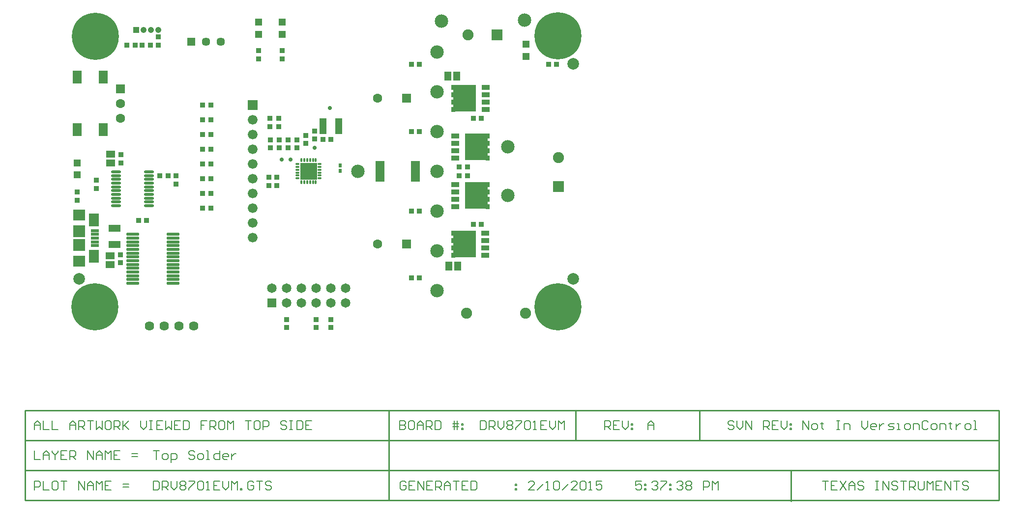
<source format=gts>
%FSAX25Y25*%
%MOIN*%
G70*
G01*
G75*
G04 Layer_Color=8388736*
%ADD10R,0.05402X0.02795*%
%ADD11R,0.02323X0.02795*%
%ADD12R,0.05512X0.08268*%
%ADD13O,0.08268X0.01772*%
%ADD14O,0.00945X0.02362*%
%ADD15O,0.02362X0.00945*%
%ADD16R,0.11024X0.11024*%
%ADD17O,0.06693X0.01378*%
%ADD18R,0.01000X0.01000*%
%ADD19R,0.04724X0.04724*%
%ADD20C,0.03937*%
%ADD21R,0.06299X0.08268*%
%ADD22R,0.07480X0.07087*%
%ADD23R,0.07480X0.07480*%
%ADD24R,0.05315X0.01575*%
%ADD25R,0.05906X0.13780*%
%ADD26R,0.04331X0.10236*%
%ADD27R,0.08000X0.04500*%
%ADD28R,0.05512X0.04331*%
%ADD29R,0.03347X0.03150*%
%ADD30R,0.01969X0.02362*%
%ADD31R,0.03150X0.03347*%
%ADD32R,0.04331X0.05512*%
%ADD33C,0.01000*%
%ADD34C,0.03000*%
%ADD35C,0.02000*%
%ADD36C,0.00800*%
%ADD37R,0.15157X0.17795*%
%ADD38C,0.07087*%
%ADD39R,0.07087X0.07087*%
%ADD40C,0.06000*%
%ADD41C,0.02500*%
%ADD42C,0.31496*%
%ADD43R,0.05906X0.05906*%
%ADD44C,0.05906*%
%ADD45C,0.08700*%
%ADD46C,0.06200*%
%ADD47R,0.06200X0.06200*%
%ADD48R,0.06496X0.06496*%
%ADD49C,0.06496*%
%ADD50R,0.05906X0.05906*%
%ADD51R,0.03740X0.03740*%
%ADD52C,0.03740*%
%ADD53R,0.05315X0.05315*%
%ADD54C,0.05315*%
%ADD55R,0.07087X0.07087*%
%ADD56C,0.02000*%
%ADD57C,0.00600*%
%ADD58C,0.00700*%
%ADD59C,0.01575*%
%ADD60C,0.02362*%
%ADD61C,0.00984*%
%ADD62C,0.00787*%
%ADD63C,0.00799*%
%ADD64C,0.01800*%
%ADD65C,0.01500*%
%ADD66C,0.00500*%
%ADD67R,0.03937X0.01969*%
%ADD68R,0.08661X0.04331*%
%ADD69R,0.03150X0.01575*%
%ADD70R,0.07874X0.01575*%
%ADD71R,0.01969X0.03937*%
%ADD72R,0.05095X0.02937*%
%ADD73R,0.04221X0.02213*%
%ADD74R,0.03016X0.02000*%
%ADD75R,0.04839X0.04839*%
%ADD76C,0.00000*%
%ADD77R,0.05795X0.03189*%
%ADD78R,0.02717X0.03189*%
%ADD79R,0.05906X0.08661*%
%ADD80O,0.08819X0.02323*%
%ADD81O,0.01339X0.02756*%
%ADD82O,0.02756X0.01339*%
%ADD83R,0.11417X0.11417*%
%ADD84O,0.07087X0.01772*%
%ADD85R,0.05118X0.05118*%
%ADD86C,0.07874*%
%ADD87R,0.06693X0.08661*%
%ADD88R,0.07874X0.07480*%
%ADD89R,0.07874X0.07874*%
%ADD90R,0.05709X0.01969*%
%ADD91R,0.06299X0.14173*%
%ADD92R,0.04724X0.10630*%
%ADD93R,0.08400X0.04900*%
%ADD94R,0.05906X0.04724*%
%ADD95R,0.03740X0.03543*%
%ADD96R,0.02362X0.02756*%
%ADD97R,0.03543X0.03740*%
%ADD98R,0.04724X0.05906*%
%ADD99R,0.15551X0.18189*%
%ADD100C,0.07480*%
%ADD101R,0.07480X0.07480*%
%ADD102C,0.06394*%
%ADD103C,0.02894*%
%ADD104C,0.31890*%
%ADD105R,0.06299X0.06299*%
%ADD106C,0.06299*%
%ADD107C,0.09094*%
%ADD108C,0.06594*%
%ADD109R,0.06594X0.06594*%
%ADD110R,0.06299X0.06299*%
%ADD111R,0.04134X0.04134*%
%ADD112C,0.04134*%
%ADD113R,0.05709X0.05709*%
%ADD114C,0.05709*%
%ADD115C,0.02394*%
G54D23*
X0401700Y0253058D02*
D03*
G54D33*
X0497200Y0080717D02*
Y0101050D01*
X0413200Y0080717D02*
Y0101050D01*
X0040000Y0080717D02*
X0700200D01*
X0040000Y0060383D02*
X0700000D01*
X0040000Y0040050D02*
X0440500D01*
X0040050Y0101050D02*
X0700200D01*
X0040050Y0040050D02*
Y0101050D01*
Y0040050D02*
X0197600D01*
X0040000D02*
Y0101050D01*
X0286500Y0040050D02*
Y0101050D01*
X0700200Y0040050D02*
Y0101050D01*
X0440500Y0040050D02*
X0700200D01*
X0559400Y0039400D02*
Y0059683D01*
G54D36*
X0126900Y0073549D02*
X0130899D01*
X0128899D01*
Y0067551D01*
X0133898D02*
X0135897D01*
X0136897Y0068550D01*
Y0070550D01*
X0135897Y0071549D01*
X0133898D01*
X0132898Y0070550D01*
Y0068550D01*
X0133898Y0067551D01*
X0138896Y0065551D02*
Y0071549D01*
X0141895D01*
X0142895Y0070550D01*
Y0068550D01*
X0141895Y0067551D01*
X0138896D01*
X0154891Y0072549D02*
X0153891Y0073549D01*
X0151892D01*
X0150892Y0072549D01*
Y0071549D01*
X0151892Y0070550D01*
X0153891D01*
X0154891Y0069550D01*
Y0068550D01*
X0153891Y0067551D01*
X0151892D01*
X0150892Y0068550D01*
X0157890Y0067551D02*
X0159889D01*
X0160889Y0068550D01*
Y0070550D01*
X0159889Y0071549D01*
X0157890D01*
X0156890Y0070550D01*
Y0068550D01*
X0157890Y0067551D01*
X0162888D02*
X0164888D01*
X0163888D01*
Y0073549D01*
X0162888D01*
X0171885D02*
Y0067551D01*
X0168886D01*
X0167887Y0068550D01*
Y0070550D01*
X0168886Y0071549D01*
X0171885D01*
X0176884Y0067551D02*
X0174884D01*
X0173885Y0068550D01*
Y0070550D01*
X0174884Y0071549D01*
X0176884D01*
X0177884Y0070550D01*
Y0069550D01*
X0173885D01*
X0179883Y0071549D02*
Y0067551D01*
Y0069550D01*
X0180883Y0070550D01*
X0181882Y0071549D01*
X0182882D01*
X0126900Y0073549D02*
X0130899D01*
X0128899D01*
Y0067551D01*
X0133898D02*
X0135897D01*
X0136897Y0068550D01*
Y0070550D01*
X0135897Y0071549D01*
X0133898D01*
X0132898Y0070550D01*
Y0068550D01*
X0133898Y0067551D01*
X0138896Y0065551D02*
Y0071549D01*
X0141895D01*
X0142895Y0070550D01*
Y0068550D01*
X0141895Y0067551D01*
X0138896D01*
X0154891Y0072549D02*
X0153891Y0073549D01*
X0151892D01*
X0150892Y0072549D01*
Y0071549D01*
X0151892Y0070550D01*
X0153891D01*
X0154891Y0069550D01*
Y0068550D01*
X0153891Y0067551D01*
X0151892D01*
X0150892Y0068550D01*
X0157890Y0067551D02*
X0159889D01*
X0160889Y0068550D01*
Y0070550D01*
X0159889Y0071549D01*
X0157890D01*
X0156890Y0070550D01*
Y0068550D01*
X0157890Y0067551D01*
X0162888D02*
X0164888D01*
X0163888D01*
Y0073549D01*
X0162888D01*
X0171885D02*
Y0067551D01*
X0168886D01*
X0167887Y0068550D01*
Y0070550D01*
X0168886Y0071549D01*
X0171885D01*
X0176884Y0067551D02*
X0174884D01*
X0173885Y0068550D01*
Y0070550D01*
X0174884Y0071549D01*
X0176884D01*
X0177884Y0070550D01*
Y0069550D01*
X0173885D01*
X0179883Y0071549D02*
Y0067551D01*
Y0069550D01*
X0180883Y0070550D01*
X0181882Y0071549D01*
X0182882D01*
X0567400Y0087833D02*
Y0093831D01*
X0571399Y0087833D01*
Y0093831D01*
X0574398Y0087833D02*
X0576397D01*
X0577397Y0088833D01*
Y0090832D01*
X0576397Y0091832D01*
X0574398D01*
X0573398Y0090832D01*
Y0088833D01*
X0574398Y0087833D01*
X0580396Y0092832D02*
Y0091832D01*
X0579396D01*
X0581395D01*
X0580396D01*
Y0088833D01*
X0581395Y0087833D01*
X0590393Y0093831D02*
X0592392D01*
X0591392D01*
Y0087833D01*
X0590393D01*
X0592392D01*
X0595391D02*
Y0091832D01*
X0598390D01*
X0599390Y0090832D01*
Y0087833D01*
X0607387Y0093831D02*
Y0089833D01*
X0609386Y0087833D01*
X0611386Y0089833D01*
Y0093831D01*
X0616384Y0087833D02*
X0614385D01*
X0613385Y0088833D01*
Y0090832D01*
X0614385Y0091832D01*
X0616384D01*
X0617384Y0090832D01*
Y0089833D01*
X0613385D01*
X0619383Y0091832D02*
Y0087833D01*
Y0089833D01*
X0620383Y0090832D01*
X0621383Y0091832D01*
X0622382D01*
X0625381Y0087833D02*
X0628380D01*
X0629380Y0088833D01*
X0628380Y0089833D01*
X0626381D01*
X0625381Y0090832D01*
X0626381Y0091832D01*
X0629380D01*
X0631379Y0087833D02*
X0633379D01*
X0632379D01*
Y0091832D01*
X0631379D01*
X0637377Y0087833D02*
X0639377D01*
X0640376Y0088833D01*
Y0090832D01*
X0639377Y0091832D01*
X0637377D01*
X0636378Y0090832D01*
Y0088833D01*
X0637377Y0087833D01*
X0642376D02*
Y0091832D01*
X0645375D01*
X0646374Y0090832D01*
Y0087833D01*
X0652373Y0092832D02*
X0651373Y0093831D01*
X0649373D01*
X0648374Y0092832D01*
Y0088833D01*
X0649373Y0087833D01*
X0651373D01*
X0652373Y0088833D01*
X0655372Y0087833D02*
X0657371D01*
X0658371Y0088833D01*
Y0090832D01*
X0657371Y0091832D01*
X0655372D01*
X0654372Y0090832D01*
Y0088833D01*
X0655372Y0087833D01*
X0660370D02*
Y0091832D01*
X0663369D01*
X0664369Y0090832D01*
Y0087833D01*
X0667368Y0092832D02*
Y0091832D01*
X0666368D01*
X0668367D01*
X0667368D01*
Y0088833D01*
X0668367Y0087833D01*
X0671366Y0091832D02*
Y0087833D01*
Y0089833D01*
X0672366Y0090832D01*
X0673366Y0091832D01*
X0674365D01*
X0678364Y0087833D02*
X0680364D01*
X0681363Y0088833D01*
Y0090832D01*
X0680364Y0091832D01*
X0678364D01*
X0677364Y0090832D01*
Y0088833D01*
X0678364Y0087833D01*
X0683362D02*
X0685362D01*
X0684362D01*
Y0093831D01*
X0683362D01*
X0520799Y0092832D02*
X0519799Y0093831D01*
X0517800D01*
X0516800Y0092832D01*
Y0091832D01*
X0517800Y0090832D01*
X0519799D01*
X0520799Y0089833D01*
Y0088833D01*
X0519799Y0087833D01*
X0517800D01*
X0516800Y0088833D01*
X0522798Y0093831D02*
Y0089833D01*
X0524797Y0087833D01*
X0526797Y0089833D01*
Y0093831D01*
X0528796Y0087833D02*
Y0093831D01*
X0532795Y0087833D01*
Y0093831D01*
X0540792Y0087833D02*
Y0093831D01*
X0543791D01*
X0544791Y0092832D01*
Y0090832D01*
X0543791Y0089833D01*
X0540792D01*
X0542792D02*
X0544791Y0087833D01*
X0550789Y0093831D02*
X0546790D01*
Y0087833D01*
X0550789D01*
X0546790Y0090832D02*
X0548790D01*
X0552788Y0093831D02*
Y0089833D01*
X0554788Y0087833D01*
X0556787Y0089833D01*
Y0093831D01*
X0558786Y0091832D02*
X0559786D01*
Y0090832D01*
X0558786D01*
Y0091832D01*
Y0088833D02*
X0559786D01*
Y0087833D01*
X0558786D01*
Y0088833D01*
X0433000Y0087833D02*
Y0093831D01*
X0435999D01*
X0436999Y0092832D01*
Y0090832D01*
X0435999Y0089833D01*
X0433000D01*
X0434999D02*
X0436999Y0087833D01*
X0442997Y0093831D02*
X0438998D01*
Y0087833D01*
X0442997D01*
X0438998Y0090832D02*
X0440997D01*
X0444996Y0093831D02*
Y0089833D01*
X0446995Y0087833D01*
X0448995Y0089833D01*
Y0093831D01*
X0450994Y0091832D02*
X0451994D01*
Y0090832D01*
X0450994D01*
Y0091832D01*
Y0088833D02*
X0451994D01*
Y0087833D01*
X0450994D01*
Y0088833D01*
X0126900Y0052965D02*
Y0046966D01*
X0129899D01*
X0130899Y0047966D01*
Y0051965D01*
X0129899Y0052965D01*
X0126900D01*
X0132898Y0046966D02*
Y0052965D01*
X0135897D01*
X0136897Y0051965D01*
Y0049966D01*
X0135897Y0048966D01*
X0132898D01*
X0134897D02*
X0136897Y0046966D01*
X0138896Y0052965D02*
Y0048966D01*
X0140895Y0046966D01*
X0142895Y0048966D01*
Y0052965D01*
X0144894Y0051965D02*
X0145894Y0052965D01*
X0147893D01*
X0148893Y0051965D01*
Y0050965D01*
X0147893Y0049966D01*
X0148893Y0048966D01*
Y0047966D01*
X0147893Y0046966D01*
X0145894D01*
X0144894Y0047966D01*
Y0048966D01*
X0145894Y0049966D01*
X0144894Y0050965D01*
Y0051965D01*
X0145894Y0049966D02*
X0147893D01*
X0150892Y0052965D02*
X0154891D01*
Y0051965D01*
X0150892Y0047966D01*
Y0046966D01*
X0156890Y0051965D02*
X0157890Y0052965D01*
X0159889D01*
X0160889Y0051965D01*
Y0047966D01*
X0159889Y0046966D01*
X0157890D01*
X0156890Y0047966D01*
Y0051965D01*
X0162888Y0046966D02*
X0164888D01*
X0163888D01*
Y0052965D01*
X0162888Y0051965D01*
X0171885Y0052965D02*
X0167887D01*
Y0046966D01*
X0171885D01*
X0167887Y0049966D02*
X0169886D01*
X0173885Y0052965D02*
Y0048966D01*
X0175884Y0046966D01*
X0177884Y0048966D01*
Y0052965D01*
X0179883Y0046966D02*
Y0052965D01*
X0181882Y0050965D01*
X0183882Y0052965D01*
Y0046966D01*
X0185881D02*
Y0047966D01*
X0186881D01*
Y0046966D01*
X0185881D01*
X0194878Y0051965D02*
X0193878Y0052965D01*
X0191879D01*
X0190879Y0051965D01*
Y0047966D01*
X0191879Y0046966D01*
X0193878D01*
X0194878Y0047966D01*
Y0049966D01*
X0192879D01*
X0196877Y0052965D02*
X0200876D01*
X0198877D01*
Y0046966D01*
X0206874Y0051965D02*
X0205874Y0052965D01*
X0203875D01*
X0202875Y0051965D01*
Y0050965D01*
X0203875Y0049966D01*
X0205874D01*
X0206874Y0048966D01*
Y0047966D01*
X0205874Y0046966D01*
X0203875D01*
X0202875Y0047966D01*
X0385149Y0046966D02*
X0381150D01*
X0385149Y0050965D01*
Y0051965D01*
X0384149Y0052965D01*
X0382150D01*
X0381150Y0051965D01*
X0387148Y0046966D02*
X0391147Y0050965D01*
X0393146Y0046966D02*
X0395146D01*
X0394146D01*
Y0052965D01*
X0393146Y0051965D01*
X0398145D02*
X0399144Y0052965D01*
X0401144D01*
X0402143Y0051965D01*
Y0047966D01*
X0401144Y0046966D01*
X0399144D01*
X0398145Y0047966D01*
Y0051965D01*
X0404143Y0046966D02*
X0408141Y0050965D01*
X0414139Y0046966D02*
X0410141D01*
X0414139Y0050965D01*
Y0051965D01*
X0413140Y0052965D01*
X0411140D01*
X0410141Y0051965D01*
X0416139D02*
X0417138Y0052965D01*
X0419138D01*
X0420137Y0051965D01*
Y0047966D01*
X0419138Y0046966D01*
X0417138D01*
X0416139Y0047966D01*
Y0051965D01*
X0422137Y0046966D02*
X0424136D01*
X0423136D01*
Y0052965D01*
X0422137Y0051965D01*
X0431134Y0052965D02*
X0427135D01*
Y0049966D01*
X0429135Y0050965D01*
X0430134D01*
X0431134Y0049966D01*
Y0047966D01*
X0430134Y0046966D01*
X0428135D01*
X0427135Y0047966D01*
X0298199Y0051965D02*
X0297199Y0052965D01*
X0295200D01*
X0294200Y0051965D01*
Y0047966D01*
X0295200Y0046966D01*
X0297199D01*
X0298199Y0047966D01*
Y0049966D01*
X0296199D01*
X0304197Y0052965D02*
X0300198D01*
Y0046966D01*
X0304197D01*
X0300198Y0049966D02*
X0302197D01*
X0306196Y0046966D02*
Y0052965D01*
X0310195Y0046966D01*
Y0052965D01*
X0316193D02*
X0312194D01*
Y0046966D01*
X0316193D01*
X0312194Y0049966D02*
X0314194D01*
X0318192Y0046966D02*
Y0052965D01*
X0321191D01*
X0322191Y0051965D01*
Y0049966D01*
X0321191Y0048966D01*
X0318192D01*
X0320192D02*
X0322191Y0046966D01*
X0324190D02*
Y0050965D01*
X0326190Y0052965D01*
X0328189Y0050965D01*
Y0046966D01*
Y0049966D01*
X0324190D01*
X0330188Y0052965D02*
X0334187D01*
X0332188D01*
Y0046966D01*
X0340185Y0052965D02*
X0336186D01*
Y0046966D01*
X0340185D01*
X0336186Y0049966D02*
X0338186D01*
X0342184Y0052965D02*
Y0046966D01*
X0345183D01*
X0346183Y0047966D01*
Y0051965D01*
X0345183Y0052965D01*
X0342184D01*
X0372175Y0050965D02*
X0373175D01*
Y0049966D01*
X0372175D01*
Y0050965D01*
Y0047966D02*
X0373175D01*
Y0046966D01*
X0372175D01*
Y0047966D01*
X0046350Y0087833D02*
Y0091832D01*
X0048349Y0093831D01*
X0050349Y0091832D01*
Y0087833D01*
Y0090832D01*
X0046350D01*
X0052348Y0093831D02*
Y0087833D01*
X0056347D01*
X0058346Y0093831D02*
Y0087833D01*
X0062345D01*
X0070342D02*
Y0091832D01*
X0072342Y0093831D01*
X0074341Y0091832D01*
Y0087833D01*
Y0090832D01*
X0070342D01*
X0076340Y0087833D02*
Y0093831D01*
X0079339D01*
X0080339Y0092832D01*
Y0090832D01*
X0079339Y0089833D01*
X0076340D01*
X0078340D02*
X0080339Y0087833D01*
X0082338Y0093831D02*
X0086337D01*
X0084338D01*
Y0087833D01*
X0088336Y0093831D02*
Y0087833D01*
X0090336Y0089833D01*
X0092335Y0087833D01*
Y0093831D01*
X0097334D02*
X0095334D01*
X0094335Y0092832D01*
Y0088833D01*
X0095334Y0087833D01*
X0097334D01*
X0098333Y0088833D01*
Y0092832D01*
X0097334Y0093831D01*
X0100332Y0087833D02*
Y0093831D01*
X0103332D01*
X0104331Y0092832D01*
Y0090832D01*
X0103332Y0089833D01*
X0100332D01*
X0102332D02*
X0104331Y0087833D01*
X0106331Y0093831D02*
Y0087833D01*
Y0089833D01*
X0110329Y0093831D01*
X0107330Y0090832D01*
X0110329Y0087833D01*
X0118327Y0093831D02*
Y0089833D01*
X0120326Y0087833D01*
X0122325Y0089833D01*
Y0093831D01*
X0124325D02*
X0126324D01*
X0125324D01*
Y0087833D01*
X0124325D01*
X0126324D01*
X0133322Y0093831D02*
X0129323D01*
Y0087833D01*
X0133322D01*
X0129323Y0090832D02*
X0131323D01*
X0135321Y0093831D02*
Y0087833D01*
X0137321Y0089833D01*
X0139320Y0087833D01*
Y0093831D01*
X0145318D02*
X0141319D01*
Y0087833D01*
X0145318D01*
X0141319Y0090832D02*
X0143319D01*
X0147317Y0093831D02*
Y0087833D01*
X0150316D01*
X0151316Y0088833D01*
Y0092832D01*
X0150316Y0093831D01*
X0147317D01*
X0163312D02*
X0159313D01*
Y0090832D01*
X0161313D01*
X0159313D01*
Y0087833D01*
X0165312D02*
Y0093831D01*
X0168310D01*
X0169310Y0092832D01*
Y0090832D01*
X0168310Y0089833D01*
X0165312D01*
X0167311D02*
X0169310Y0087833D01*
X0174309Y0093831D02*
X0172309D01*
X0171310Y0092832D01*
Y0088833D01*
X0172309Y0087833D01*
X0174309D01*
X0175308Y0088833D01*
Y0092832D01*
X0174309Y0093831D01*
X0177308Y0087833D02*
Y0093831D01*
X0179307Y0091832D01*
X0181306Y0093831D01*
Y0087833D01*
X0189304Y0093831D02*
X0193303D01*
X0191303D01*
Y0087833D01*
X0198301Y0093831D02*
X0196301D01*
X0195302Y0092832D01*
Y0088833D01*
X0196301Y0087833D01*
X0198301D01*
X0199301Y0088833D01*
Y0092832D01*
X0198301Y0093831D01*
X0201300Y0087833D02*
Y0093831D01*
X0204299D01*
X0205299Y0092832D01*
Y0090832D01*
X0204299Y0089833D01*
X0201300D01*
X0217295Y0092832D02*
X0216295Y0093831D01*
X0214296D01*
X0213296Y0092832D01*
Y0091832D01*
X0214296Y0090832D01*
X0216295D01*
X0217295Y0089833D01*
Y0088833D01*
X0216295Y0087833D01*
X0214296D01*
X0213296Y0088833D01*
X0219294Y0093831D02*
X0221293D01*
X0220294D01*
Y0087833D01*
X0219294D01*
X0221293D01*
X0224292Y0093831D02*
Y0087833D01*
X0227291D01*
X0228291Y0088833D01*
Y0092832D01*
X0227291Y0093831D01*
X0224292D01*
X0234289D02*
X0230291D01*
Y0087833D01*
X0234289D01*
X0230291Y0090832D02*
X0232290D01*
X0462150Y0087833D02*
Y0091832D01*
X0464149Y0093831D01*
X0466149Y0091832D01*
Y0087833D01*
Y0090832D01*
X0462150D01*
X0348550Y0093831D02*
Y0087833D01*
X0351549D01*
X0352549Y0088833D01*
Y0092832D01*
X0351549Y0093831D01*
X0348550D01*
X0354548Y0087833D02*
Y0093831D01*
X0357547D01*
X0358547Y0092832D01*
Y0090832D01*
X0357547Y0089833D01*
X0354548D01*
X0356547D02*
X0358547Y0087833D01*
X0360546Y0093831D02*
Y0089833D01*
X0362545Y0087833D01*
X0364545Y0089833D01*
Y0093831D01*
X0366544Y0092832D02*
X0367544Y0093831D01*
X0369543D01*
X0370543Y0092832D01*
Y0091832D01*
X0369543Y0090832D01*
X0370543Y0089833D01*
Y0088833D01*
X0369543Y0087833D01*
X0367544D01*
X0366544Y0088833D01*
Y0089833D01*
X0367544Y0090832D01*
X0366544Y0091832D01*
Y0092832D01*
X0367544Y0090832D02*
X0369543D01*
X0372542Y0093831D02*
X0376541D01*
Y0092832D01*
X0372542Y0088833D01*
Y0087833D01*
X0378540Y0092832D02*
X0379540Y0093831D01*
X0381539D01*
X0382539Y0092832D01*
Y0088833D01*
X0381539Y0087833D01*
X0379540D01*
X0378540Y0088833D01*
Y0092832D01*
X0384538Y0087833D02*
X0386538D01*
X0385538D01*
Y0093831D01*
X0384538Y0092832D01*
X0393535Y0093831D02*
X0389537D01*
Y0087833D01*
X0393535D01*
X0389537Y0090832D02*
X0391536D01*
X0395535Y0093831D02*
Y0089833D01*
X0397534Y0087833D01*
X0399534Y0089833D01*
Y0093831D01*
X0401533Y0087833D02*
Y0093831D01*
X0403532Y0091832D01*
X0405532Y0093831D01*
Y0087833D01*
X0294000Y0093831D02*
Y0087833D01*
X0296999D01*
X0297999Y0088833D01*
Y0089833D01*
X0296999Y0090832D01*
X0294000D01*
X0296999D01*
X0297999Y0091832D01*
Y0092832D01*
X0296999Y0093831D01*
X0294000D01*
X0302997D02*
X0300998D01*
X0299998Y0092832D01*
Y0088833D01*
X0300998Y0087833D01*
X0302997D01*
X0303997Y0088833D01*
Y0092832D01*
X0302997Y0093831D01*
X0305996Y0087833D02*
Y0091832D01*
X0307996Y0093831D01*
X0309995Y0091832D01*
Y0087833D01*
Y0090832D01*
X0305996D01*
X0311994Y0087833D02*
Y0093831D01*
X0314993D01*
X0315993Y0092832D01*
Y0090832D01*
X0314993Y0089833D01*
X0311994D01*
X0313994D02*
X0315993Y0087833D01*
X0317992Y0093831D02*
Y0087833D01*
X0320991D01*
X0321991Y0088833D01*
Y0092832D01*
X0320991Y0093831D01*
X0317992D01*
X0330988Y0087833D02*
Y0093831D01*
X0332987D02*
Y0087833D01*
X0329988Y0091832D02*
X0332987D01*
X0333987D01*
X0329988Y0089833D02*
X0333987D01*
X0335986Y0091832D02*
X0336986D01*
Y0090832D01*
X0335986D01*
Y0091832D01*
Y0088833D02*
X0336986D01*
Y0087833D01*
X0335986D01*
Y0088833D01*
X0046350Y0073549D02*
Y0067551D01*
X0050349D01*
X0052348D02*
Y0071549D01*
X0054347Y0073549D01*
X0056347Y0071549D01*
Y0067551D01*
Y0070550D01*
X0052348D01*
X0058346Y0073549D02*
Y0072549D01*
X0060346Y0070550D01*
X0062345Y0072549D01*
Y0073549D01*
X0060346Y0070550D02*
Y0067551D01*
X0068343Y0073549D02*
X0064344D01*
Y0067551D01*
X0068343D01*
X0064344Y0070550D02*
X0066343D01*
X0070342Y0067551D02*
Y0073549D01*
X0073341D01*
X0074341Y0072549D01*
Y0070550D01*
X0073341Y0069550D01*
X0070342D01*
X0072342D02*
X0074341Y0067551D01*
X0082338D02*
Y0073549D01*
X0086337Y0067551D01*
Y0073549D01*
X0088336Y0067551D02*
Y0071549D01*
X0090336Y0073549D01*
X0092335Y0071549D01*
Y0067551D01*
Y0070550D01*
X0088336D01*
X0094335Y0067551D02*
Y0073549D01*
X0096334Y0071549D01*
X0098333Y0073549D01*
Y0067551D01*
X0104331Y0073549D02*
X0100332D01*
Y0067551D01*
X0104331D01*
X0100332Y0070550D02*
X0102332D01*
X0112329Y0069550D02*
X0116327D01*
X0112329Y0071549D02*
X0116327D01*
X0046350Y0046966D02*
Y0052965D01*
X0049349D01*
X0050349Y0051965D01*
Y0049966D01*
X0049349Y0048966D01*
X0046350D01*
X0052348Y0052965D02*
Y0046966D01*
X0056347D01*
X0061345Y0052965D02*
X0059346D01*
X0058346Y0051965D01*
Y0047966D01*
X0059346Y0046966D01*
X0061345D01*
X0062345Y0047966D01*
Y0051965D01*
X0061345Y0052965D01*
X0064344D02*
X0068343D01*
X0066343D01*
Y0046966D01*
X0076340D02*
Y0052965D01*
X0080339Y0046966D01*
Y0052965D01*
X0082338Y0046966D02*
Y0050965D01*
X0084338Y0052965D01*
X0086337Y0050965D01*
Y0046966D01*
Y0049966D01*
X0082338D01*
X0088336Y0046966D02*
Y0052965D01*
X0090336Y0050965D01*
X0092335Y0052965D01*
Y0046966D01*
X0098333Y0052965D02*
X0094335D01*
Y0046966D01*
X0098333D01*
X0094335Y0049966D02*
X0096334D01*
X0106331Y0048966D02*
X0110329D01*
X0106331Y0050965D02*
X0110329D01*
X0458049Y0052965D02*
X0454050D01*
Y0049966D01*
X0456049Y0050965D01*
X0457049D01*
X0458049Y0049966D01*
Y0047966D01*
X0457049Y0046966D01*
X0455050D01*
X0454050Y0047966D01*
X0460048Y0050965D02*
X0461048D01*
Y0049966D01*
X0460048D01*
Y0050965D01*
Y0047966D02*
X0461048D01*
Y0046966D01*
X0460048D01*
Y0047966D01*
X0465046Y0051965D02*
X0466046Y0052965D01*
X0468046D01*
X0469045Y0051965D01*
Y0050965D01*
X0468046Y0049966D01*
X0467046D01*
X0468046D01*
X0469045Y0048966D01*
Y0047966D01*
X0468046Y0046966D01*
X0466046D01*
X0465046Y0047966D01*
X0471044Y0052965D02*
X0475043D01*
Y0051965D01*
X0471044Y0047966D01*
Y0046966D01*
X0477043Y0050965D02*
X0478042D01*
Y0049966D01*
X0477043D01*
Y0050965D01*
Y0047966D02*
X0478042D01*
Y0046966D01*
X0477043D01*
Y0047966D01*
X0482041Y0051965D02*
X0483041Y0052965D01*
X0485040D01*
X0486040Y0051965D01*
Y0050965D01*
X0485040Y0049966D01*
X0484040D01*
X0485040D01*
X0486040Y0048966D01*
Y0047966D01*
X0485040Y0046966D01*
X0483041D01*
X0482041Y0047966D01*
X0488039Y0051965D02*
X0489039Y0052965D01*
X0491038D01*
X0492038Y0051965D01*
Y0050965D01*
X0491038Y0049966D01*
X0492038Y0048966D01*
Y0047966D01*
X0491038Y0046966D01*
X0489039D01*
X0488039Y0047966D01*
Y0048966D01*
X0489039Y0049966D01*
X0488039Y0050965D01*
Y0051965D01*
X0489039Y0049966D02*
X0491038D01*
X0500035Y0046966D02*
Y0052965D01*
X0503034D01*
X0504034Y0051965D01*
Y0049966D01*
X0503034Y0048966D01*
X0500035D01*
X0506033Y0046966D02*
Y0052965D01*
X0508033Y0050965D01*
X0510032Y0052965D01*
Y0046966D01*
X0580500Y0052965D02*
X0584499D01*
X0582499D01*
Y0046966D01*
X0590497Y0052965D02*
X0586498D01*
Y0046966D01*
X0590497D01*
X0586498Y0049966D02*
X0588497D01*
X0592496Y0052965D02*
X0596495Y0046966D01*
Y0052965D02*
X0592496Y0046966D01*
X0598494D02*
Y0050965D01*
X0600493Y0052965D01*
X0602493Y0050965D01*
Y0046966D01*
Y0049966D01*
X0598494D01*
X0608491Y0051965D02*
X0607491Y0052965D01*
X0605492D01*
X0604492Y0051965D01*
Y0050965D01*
X0605492Y0049966D01*
X0607491D01*
X0608491Y0048966D01*
Y0047966D01*
X0607491Y0046966D01*
X0605492D01*
X0604492Y0047966D01*
X0616488Y0052965D02*
X0618488D01*
X0617488D01*
Y0046966D01*
X0616488D01*
X0618488D01*
X0621487D02*
Y0052965D01*
X0625486Y0046966D01*
Y0052965D01*
X0631484Y0051965D02*
X0630484Y0052965D01*
X0628484D01*
X0627485Y0051965D01*
Y0050965D01*
X0628484Y0049966D01*
X0630484D01*
X0631484Y0048966D01*
Y0047966D01*
X0630484Y0046966D01*
X0628484D01*
X0627485Y0047966D01*
X0633483Y0052965D02*
X0637482D01*
X0635482D01*
Y0046966D01*
X0639481D02*
Y0052965D01*
X0642480D01*
X0643480Y0051965D01*
Y0049966D01*
X0642480Y0048966D01*
X0639481D01*
X0641480D02*
X0643480Y0046966D01*
X0645479Y0052965D02*
Y0047966D01*
X0646479Y0046966D01*
X0648478D01*
X0649478Y0047966D01*
Y0052965D01*
X0651477Y0046966D02*
Y0052965D01*
X0653476Y0050965D01*
X0655476Y0052965D01*
Y0046966D01*
X0661474Y0052965D02*
X0657475D01*
Y0046966D01*
X0661474D01*
X0657475Y0049966D02*
X0659474D01*
X0663473Y0046966D02*
Y0052965D01*
X0667472Y0046966D01*
Y0052965D01*
X0669471D02*
X0673470D01*
X0671471D01*
Y0046966D01*
X0679468Y0051965D02*
X0678468Y0052965D01*
X0676469D01*
X0675469Y0051965D01*
Y0050965D01*
X0676469Y0049966D01*
X0678468D01*
X0679468Y0048966D01*
Y0047966D01*
X0678468Y0046966D01*
X0676469D01*
X0675469Y0047966D01*
G54D48*
X0207200Y0173900D02*
D03*
G54D49*
Y0183900D02*
D03*
X0217200Y0173900D02*
D03*
Y0183900D02*
D03*
X0227200Y0173900D02*
D03*
Y0183900D02*
D03*
X0237200Y0173900D02*
D03*
Y0183900D02*
D03*
X0247200Y0173900D02*
D03*
Y0183900D02*
D03*
X0257200Y0173900D02*
D03*
Y0183900D02*
D03*
G54D77*
X0331770Y0254400D02*
D03*
Y0249400D02*
D03*
Y0244400D02*
D03*
Y0239400D02*
D03*
X0352161Y0305310D02*
D03*
Y0310310D02*
D03*
Y0315310D02*
D03*
Y0320309D02*
D03*
X0352130Y0206400D02*
D03*
Y0211400D02*
D03*
Y0216400D02*
D03*
Y0221400D02*
D03*
X0331800Y0287310D02*
D03*
Y0282310D02*
D03*
Y0277309D02*
D03*
Y0272309D02*
D03*
G54D78*
X0353630Y0239400D02*
D03*
Y0244400D02*
D03*
Y0249400D02*
D03*
Y0254400D02*
D03*
X0330300Y0320309D02*
D03*
Y0315310D02*
D03*
Y0310310D02*
D03*
Y0305310D02*
D03*
X0330270Y0221400D02*
D03*
Y0216400D02*
D03*
Y0211400D02*
D03*
Y0206400D02*
D03*
X0353661Y0272309D02*
D03*
Y0277309D02*
D03*
Y0282310D02*
D03*
Y0287310D02*
D03*
G54D79*
X0093058Y0291487D02*
D03*
Y0327313D02*
D03*
X0075342Y0291487D02*
D03*
Y0327313D02*
D03*
G54D80*
X0113117Y0220534D02*
D03*
Y0217975D02*
D03*
Y0215416D02*
D03*
Y0212857D02*
D03*
Y0210298D02*
D03*
Y0207739D02*
D03*
Y0205180D02*
D03*
Y0202621D02*
D03*
Y0200061D02*
D03*
Y0197502D02*
D03*
Y0194943D02*
D03*
Y0192384D02*
D03*
Y0189825D02*
D03*
Y0187266D02*
D03*
X0140283Y0220534D02*
D03*
Y0217975D02*
D03*
Y0215416D02*
D03*
Y0212857D02*
D03*
Y0210298D02*
D03*
Y0207739D02*
D03*
Y0205180D02*
D03*
Y0202621D02*
D03*
Y0200061D02*
D03*
Y0197502D02*
D03*
Y0194943D02*
D03*
Y0192384D02*
D03*
Y0189825D02*
D03*
Y0187266D02*
D03*
G54D81*
X0237121Y0270880D02*
D03*
X0235153D02*
D03*
X0233184D02*
D03*
X0231216D02*
D03*
X0229247D02*
D03*
X0227279D02*
D03*
Y0255920D02*
D03*
X0229247D02*
D03*
X0231216D02*
D03*
X0233184D02*
D03*
X0235153D02*
D03*
X0237121D02*
D03*
G54D82*
X0224720Y0268321D02*
D03*
Y0266353D02*
D03*
Y0264384D02*
D03*
Y0262416D02*
D03*
Y0260447D02*
D03*
Y0258479D02*
D03*
X0239680D02*
D03*
Y0260447D02*
D03*
Y0262416D02*
D03*
Y0264384D02*
D03*
Y0266353D02*
D03*
Y0268321D02*
D03*
G54D83*
X0232200Y0263400D02*
D03*
G54D84*
X0123921Y0239884D02*
D03*
Y0242443D02*
D03*
Y0245002D02*
D03*
Y0247561D02*
D03*
Y0250120D02*
D03*
Y0252679D02*
D03*
Y0255239D02*
D03*
Y0257798D02*
D03*
Y0260357D02*
D03*
Y0262916D02*
D03*
X0101479Y0239884D02*
D03*
Y0242443D02*
D03*
Y0245002D02*
D03*
Y0247561D02*
D03*
Y0250120D02*
D03*
Y0252679D02*
D03*
Y0255239D02*
D03*
Y0257798D02*
D03*
Y0260357D02*
D03*
Y0262916D02*
D03*
G54D85*
X0075200Y0260766D02*
D03*
Y0269034D02*
D03*
X0198200Y0356266D02*
D03*
Y0364534D02*
D03*
X0379700Y0341266D02*
D03*
Y0349534D02*
D03*
X0214200Y0356266D02*
D03*
Y0364534D02*
D03*
G54D86*
X0411700Y0336400D02*
D03*
X0076700Y0190400D02*
D03*
X0411700D02*
D03*
G54D87*
X0086708Y0205695D02*
D03*
Y0230105D02*
D03*
G54D88*
X0076669Y0202152D02*
D03*
Y0233648D02*
D03*
G54D89*
X0076669Y0222624D02*
D03*
X0076669Y0213176D02*
D03*
G54D90*
X0087200Y0223018D02*
D03*
Y0220459D02*
D03*
Y0217900D02*
D03*
Y0215341D02*
D03*
Y0212782D02*
D03*
G54D91*
X0280692Y0263400D02*
D03*
X0304708D02*
D03*
G54D92*
X0241885Y0293900D02*
D03*
X0252515D02*
D03*
G54D93*
X0100700Y0213700D02*
D03*
Y0224700D02*
D03*
G54D94*
X0098020Y0274833D02*
D03*
Y0268927D02*
D03*
X0097700Y0199947D02*
D03*
Y0205853D02*
D03*
G54D95*
X0104700Y0201144D02*
D03*
Y0206656D02*
D03*
X0205200Y0259156D02*
D03*
Y0253644D02*
D03*
X0210700Y0259156D02*
D03*
Y0253644D02*
D03*
X0236200Y0290656D02*
D03*
Y0285144D02*
D03*
X0230200Y0282144D02*
D03*
Y0287656D02*
D03*
X0212200Y0284656D02*
D03*
Y0279144D02*
D03*
X0206200Y0279144D02*
D03*
Y0284656D02*
D03*
X0142200Y0254644D02*
D03*
Y0260156D02*
D03*
X0104920Y0274436D02*
D03*
Y0268924D02*
D03*
X0212070Y0293644D02*
D03*
Y0299156D02*
D03*
X0218200Y0284656D02*
D03*
Y0279144D02*
D03*
X0206070Y0293644D02*
D03*
Y0299156D02*
D03*
X0224200Y0279144D02*
D03*
Y0284656D02*
D03*
X0217200Y0157144D02*
D03*
Y0162656D02*
D03*
X0088200Y0257156D02*
D03*
Y0251644D02*
D03*
X0130221Y0349045D02*
D03*
Y0354556D02*
D03*
X0075200Y0249156D02*
D03*
Y0243644D02*
D03*
X0214200Y0345156D02*
D03*
Y0339644D02*
D03*
X0198200Y0345156D02*
D03*
Y0339644D02*
D03*
X0237200Y0162656D02*
D03*
Y0157144D02*
D03*
X0247200Y0162656D02*
D03*
Y0157144D02*
D03*
G54D96*
X0253700Y0263432D02*
D03*
Y0267369D02*
D03*
G54D97*
X0400456Y0335900D02*
D03*
X0394944D02*
D03*
X0349456Y0299400D02*
D03*
X0343944D02*
D03*
X0349456Y0227400D02*
D03*
X0343944D02*
D03*
X0247456Y0284900D02*
D03*
X0241944D02*
D03*
X0334444Y0266400D02*
D03*
X0339956D02*
D03*
X0334444Y0260400D02*
D03*
X0339956D02*
D03*
X0122456Y0229900D02*
D03*
X0116944D02*
D03*
X0108965Y0348800D02*
D03*
X0114477D02*
D03*
X0301944Y0335900D02*
D03*
X0307456D02*
D03*
X0307456Y0190900D02*
D03*
X0301944D02*
D03*
X0301944Y0290400D02*
D03*
X0307456D02*
D03*
X0307456Y0236400D02*
D03*
X0301944D02*
D03*
X0160444Y0308400D02*
D03*
X0165956D02*
D03*
X0136956Y0260400D02*
D03*
X0131444D02*
D03*
X0160444Y0298400D02*
D03*
X0165956D02*
D03*
X0160444Y0288400D02*
D03*
X0165956D02*
D03*
X0160444Y0278400D02*
D03*
X0165956D02*
D03*
X0124977Y0348800D02*
D03*
X0119465D02*
D03*
X0160444Y0268400D02*
D03*
X0165956D02*
D03*
X0160444Y0258400D02*
D03*
X0165956D02*
D03*
X0160444Y0248400D02*
D03*
X0165956D02*
D03*
X0160444Y0238400D02*
D03*
X0165956D02*
D03*
G54D98*
X0326747Y0327900D02*
D03*
X0332653D02*
D03*
X0327247Y0198900D02*
D03*
X0333153D02*
D03*
G54D99*
X0345923Y0246900D02*
D03*
X0338007Y0312809D02*
D03*
X0337977Y0213900D02*
D03*
X0345953Y0279809D02*
D03*
G54D100*
X0340357Y0355900D02*
D03*
X0379200Y0166900D02*
D03*
X0339200D02*
D03*
X0401700Y0272743D02*
D03*
G54D101*
X0360043Y0355900D02*
D03*
G54D102*
X0134200Y0158400D02*
D03*
X0144200D02*
D03*
X0154200D02*
D03*
X0124200D02*
D03*
G54D103*
X0213944Y0271400D02*
D03*
X0246700Y0306400D02*
D03*
X0236200Y0279400D02*
D03*
X0219944Y0271400D02*
D03*
G54D104*
X0401200Y0171400D02*
D03*
X0087700Y0354900D02*
D03*
X0401200Y0355400D02*
D03*
X0087200Y0171400D02*
D03*
G54D105*
X0298542Y0213900D02*
D03*
Y0312900D02*
D03*
G54D106*
X0278857Y0213900D02*
D03*
X0104700Y0299400D02*
D03*
Y0309400D02*
D03*
X0278857Y0312900D02*
D03*
G54D107*
X0319200Y0236400D02*
D03*
X0265700Y0263400D02*
D03*
X0319200Y0209400D02*
D03*
Y0263400D02*
D03*
X0378700Y0365900D02*
D03*
X0322200Y0365400D02*
D03*
X0319200Y0317400D02*
D03*
Y0344400D02*
D03*
Y0182400D02*
D03*
X0367200Y0279900D02*
D03*
Y0246900D02*
D03*
X0319200Y0290400D02*
D03*
G54D108*
X0194200Y0218400D02*
D03*
Y0228400D02*
D03*
Y0238400D02*
D03*
Y0248400D02*
D03*
Y0258400D02*
D03*
Y0268400D02*
D03*
Y0278400D02*
D03*
Y0288400D02*
D03*
Y0298400D02*
D03*
G54D109*
Y0308400D02*
D03*
G54D110*
X0104700Y0319400D02*
D03*
G54D111*
X0115221Y0359300D02*
D03*
G54D112*
X0125221D02*
D03*
X0120221D02*
D03*
X0130221D02*
D03*
G54D113*
X0152700Y0351400D02*
D03*
G54D114*
X0162700D02*
D03*
X0172700D02*
D03*
G54D115*
X0227672Y0263400D02*
D03*
X0232200Y0258872D02*
D03*
Y0267928D02*
D03*
X0236728Y0263400D02*
D03*
X0232200D02*
D03*
M02*

</source>
